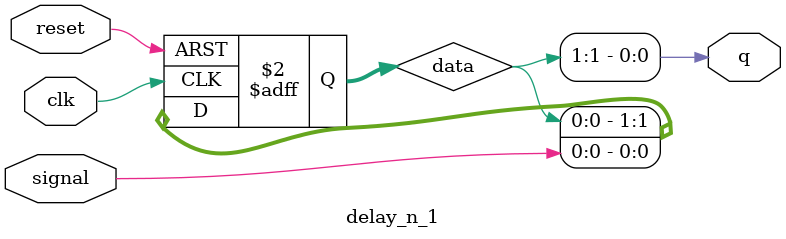
<source format=v>
`timescale 1ns / 1ps

/*
 * Basic 1 tick delay module
 */
module delay_1(
    input clk,
    input reset,
    input signal,
    output q
    );
	 
	 reg [1:0] data;
	 
	 always @ (posedge clk or posedge reset) begin
		if (reset)
			data = 0;
		else
			data = { (data[0:0] & ~reset),signal};
	 end
	 
	 assign q = data[1:1];
	 
endmodule

/*
 * Same delay module, but gives 1 on reset;
 */
module delay_1_1(
    input clk,
    input reset,
    input signal,
    output q
    );
	 
	 reg [1:0] data;
	 
	 always @ (posedge clk or posedge reset) begin
		if (reset)
			data = 3;
		else
			data = {data[0:0],signal};
	 end
	 
	 assign q = data[1:1];
	 
endmodule

/*
 * Same delay module, but on negative edge;
 */
module delay_n_1(
    input clk,
    input reset,
    input signal,
    output q
    );
	 
	 reg [1:0] data;
	 
	 always @ (negedge clk or posedge reset) begin
		if (reset)
			data = 0;
		else
			data = {data[0:0],signal};
	 end
	 
	 assign q = data[1:1];
	 
endmodule

</source>
